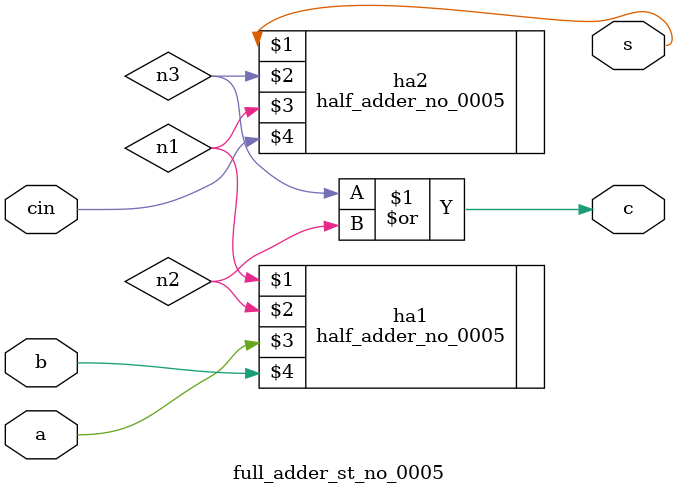
<source format=v>
`timescale 1ns / 1ps


module full_adder_st_no_0005(s, c, a, b, cin);
input a, b, cin;
output s, c;
wire n1, n2, n3;

half_adder_no_0005 ha1(n1, n2, a, b);
half_adder_no_0005 ha2(s, n3, n1, cin);
assign c = n3 | n2;

endmodule

</source>
